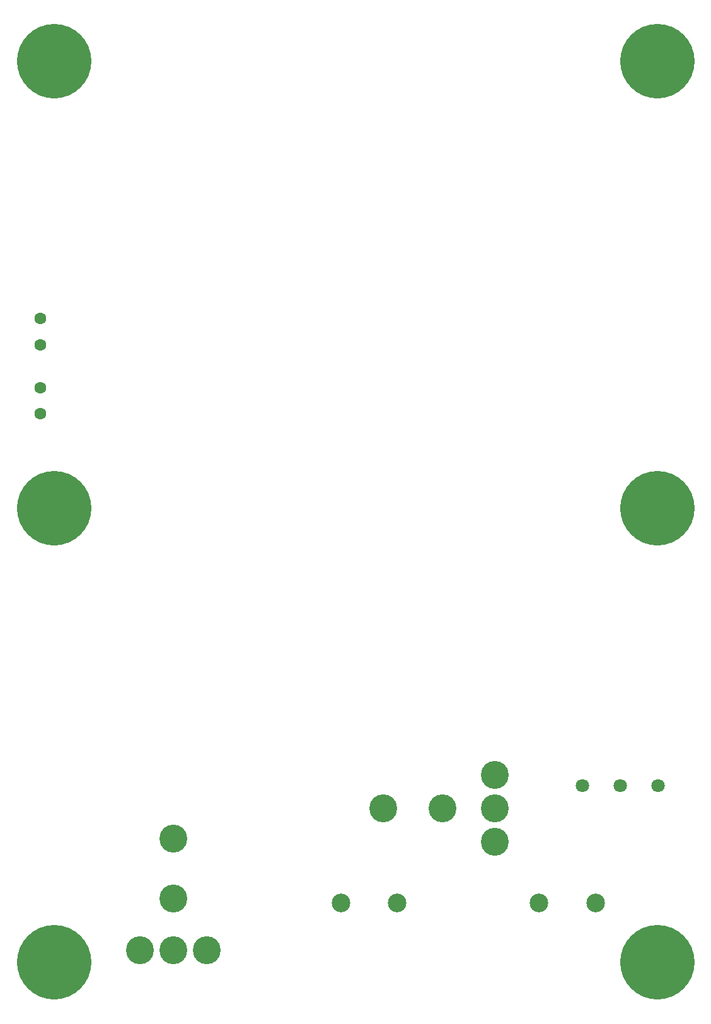
<source format=gbr>
%TF.GenerationSoftware,Altium Limited,Altium Designer,22.1.2 (22)*%
G04 Layer_Color=255*
%FSLAX45Y45*%
%MOMM*%
%TF.SameCoordinates,C5451D44-FA68-4CDD-92CA-08ED0B408621*%
%TF.FilePolarity,Positive*%
%TF.FileFunction,Pads,Bot*%
%TF.Part,Single*%
G01*
G75*
%TA.AperFunction,ComponentPad*%
%ADD86C,3.75000*%
%ADD87C,1.80000*%
%TA.AperFunction,ViaPad*%
%ADD88C,10.00000*%
%TA.AperFunction,ComponentPad*%
%ADD89C,1.60000*%
%ADD90C,2.50000*%
D86*
X2300000Y1560000D02*
D03*
Y2360000D02*
D03*
Y860000D02*
D03*
X2750000D02*
D03*
X1850000D02*
D03*
X5917500Y2770000D02*
D03*
X5117500D02*
D03*
X6617500D02*
D03*
Y3220000D02*
D03*
Y2320000D02*
D03*
D87*
X8813000Y3072500D02*
D03*
X8305000D02*
D03*
X7797000D02*
D03*
D88*
X700000Y12800000D02*
D03*
X8800000D02*
D03*
X8800000Y6800000D02*
D03*
X700000D02*
D03*
X8800000Y700000D02*
D03*
X700000D02*
D03*
D89*
X512500Y8065000D02*
D03*
Y8415000D02*
D03*
X515000Y8992500D02*
D03*
Y9342500D02*
D03*
D90*
X7970000Y1497500D02*
D03*
X7210000D02*
D03*
X5310000D02*
D03*
X4550000D02*
D03*
%TF.MD5,00a944ce63d840f6bb2a4ce490e375f0*%
M02*

</source>
